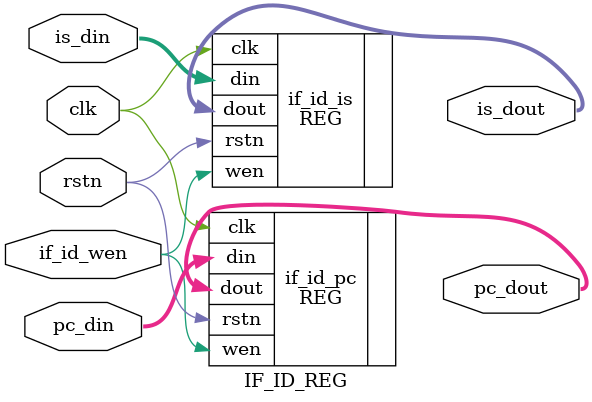
<source format=v>
`timescale 1ns / 1ps

/*
    ================================  IF_ID_REG module   ================================
    Author:         Wintermelon
    Last Edit:      2022.4.20

    This is the inter-segment register between IF and ID
    Include the regs below:
        *PC: current PC
        *IS: current instruction
    
*/

module IF_ID_REG(
    // signals
    input clk,
    input rstn,
    input if_id_wen,
    // data
    input [31:0] is_din,
    input [31:0] pc_din,
    output [31:0] is_dout,
    output [31:0] pc_dout
);


    REG #(32) if_id_pc (
        .clk(clk),
        .rstn(rstn),
        .wen(if_id_wen),
        .din(pc_din),
        .dout(pc_dout)
    );

    REG #(32) if_id_is (
        .clk(clk),
        .rstn(rstn),
        .wen(if_id_wen),
        .din(is_din),
        .dout(is_dout)
    );

endmodule

</source>
